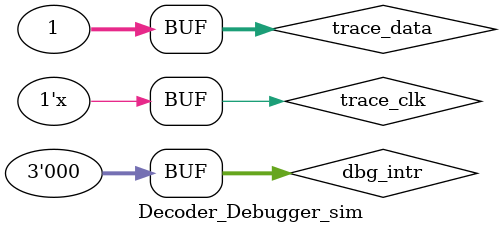
<source format=v>
`timescale 1ns / 1ps


module Decoder_Debugger_sim;
    reg trace_clk;
    reg [31:0] trace_data;
    parameter CYCLE = 1;
    reg [2:0] dbg_intr;
    always # (CYCLE) trace_clk=~trace_clk;
    Decoder_Debugger Decoder_Debugger_i(
        .trace_clk(trace_clk),
        .trace_data(trace_data),
        .dbg_intr(dbg_intr)
    );
initial begin
    trace_clk = 1;
    dbg_intr = 3'b0;
    trace_data = 32'h1;
    #2
    trace_data = 32'h1;
    #2
    trace_data = 32'h1;
    #2
    dbg_intr = 3'b1;
    trace_data = 32'h33221100;
    #2
    dbg_intr = 3'b0;
    trace_data = 32'h1;
    #2
    trace_data = 32'h1;
    #2
    trace_data = 32'h1;
end
endmodule

</source>
